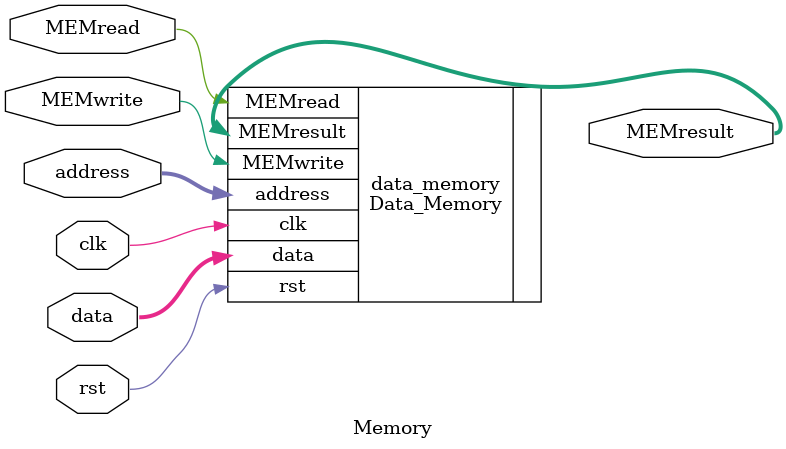
<source format=v>
module Memory(input clk,rst,MEMread,MEMwrite,
                input [31:0] address,data,
                output [31:0] MEMresult);
  
  Data_Memory data_memory(.clk(clk),
        .rst(rst),
        .MEMread(MEMread),
        .MEMwrite(MEMwrite),
        .address(address),
        .data(data),
        .MEMresult(MEMresult));
  
endmodule


</source>
